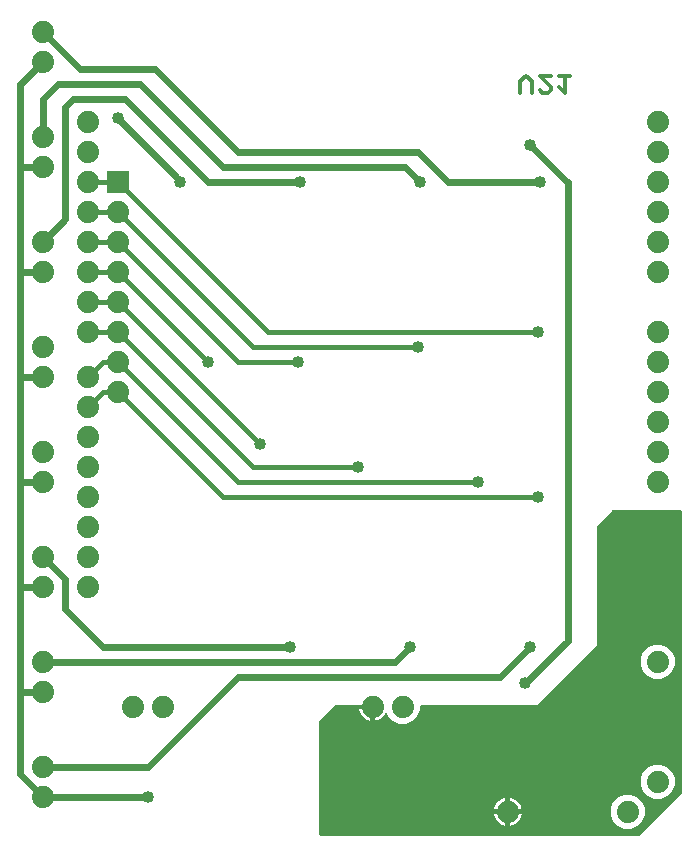
<source format=gbr>
G04 EAGLE Gerber RS-274X export*
G75*
%MOMM*%
%FSLAX34Y34*%
%LPD*%
%INBottom Copper*%
%IPPOS*%
%AMOC8*
5,1,8,0,0,1.08239X$1,22.5*%
G01*
%ADD10C,0.355600*%
%ADD11C,1.879600*%
%ADD12R,1.879600X1.879600*%
%ADD13C,0.406400*%
%ADD14C,1.016000*%
%ADD15C,0.609600*%

G36*
X619862Y5093D02*
X619862Y5093D01*
X619949Y5096D01*
X620002Y5113D01*
X620056Y5121D01*
X620136Y5156D01*
X620219Y5183D01*
X620259Y5211D01*
X620316Y5237D01*
X620429Y5333D01*
X620493Y5378D01*
X655022Y39907D01*
X655036Y39926D01*
X655051Y39939D01*
X655082Y39985D01*
X655134Y40041D01*
X655160Y40090D01*
X655193Y40134D01*
X655208Y40174D01*
X655209Y40176D01*
X655211Y40182D01*
X655224Y40216D01*
X655264Y40294D01*
X655272Y40342D01*
X655294Y40400D01*
X655306Y40548D01*
X655319Y40625D01*
X655319Y279400D01*
X655311Y279458D01*
X655313Y279516D01*
X655291Y279598D01*
X655279Y279682D01*
X655256Y279735D01*
X655241Y279791D01*
X655198Y279864D01*
X655163Y279941D01*
X655125Y279986D01*
X655096Y280036D01*
X655034Y280094D01*
X654980Y280158D01*
X654931Y280190D01*
X654888Y280230D01*
X654813Y280269D01*
X654743Y280316D01*
X654687Y280333D01*
X654635Y280360D01*
X654567Y280371D01*
X654472Y280401D01*
X654372Y280404D01*
X654304Y280415D01*
X596900Y280415D01*
X596813Y280403D01*
X596726Y280400D01*
X596673Y280383D01*
X596619Y280375D01*
X596539Y280340D01*
X596455Y280313D01*
X596416Y280285D01*
X596359Y280259D01*
X596246Y280163D01*
X596182Y280118D01*
X583482Y267418D01*
X583430Y267348D01*
X583370Y267284D01*
X583344Y267235D01*
X583311Y267191D01*
X583280Y267109D01*
X583240Y267031D01*
X583232Y266984D01*
X583210Y266925D01*
X583198Y266777D01*
X583185Y266700D01*
X583185Y165521D01*
X532980Y115315D01*
X434514Y115315D01*
X434456Y115307D01*
X434398Y115309D01*
X434316Y115287D01*
X434232Y115275D01*
X434179Y115252D01*
X434123Y115237D01*
X434050Y115194D01*
X433973Y115159D01*
X433928Y115121D01*
X433878Y115092D01*
X433820Y115030D01*
X433756Y114976D01*
X433724Y114927D01*
X433684Y114884D01*
X433645Y114809D01*
X433598Y114739D01*
X433581Y114683D01*
X433554Y114631D01*
X433543Y114563D01*
X433513Y114468D01*
X433510Y114368D01*
X433499Y114300D01*
X433499Y111436D01*
X431307Y106144D01*
X427256Y102093D01*
X421964Y99901D01*
X416236Y99901D01*
X410944Y102093D01*
X406893Y106144D01*
X405965Y108385D01*
X405898Y108498D01*
X405834Y108613D01*
X405826Y108621D01*
X405820Y108630D01*
X405725Y108720D01*
X405631Y108813D01*
X405622Y108818D01*
X405614Y108825D01*
X405497Y108886D01*
X405381Y108948D01*
X405371Y108951D01*
X405361Y108955D01*
X405232Y108981D01*
X405103Y109009D01*
X405093Y109008D01*
X405082Y109010D01*
X404951Y108999D01*
X404820Y108991D01*
X404810Y108987D01*
X404799Y108986D01*
X404676Y108939D01*
X404552Y108894D01*
X404544Y108888D01*
X404533Y108884D01*
X404428Y108804D01*
X404322Y108727D01*
X404316Y108719D01*
X404307Y108712D01*
X404137Y108485D01*
X404131Y108469D01*
X404122Y108458D01*
X403911Y108043D01*
X402806Y106522D01*
X401478Y105194D01*
X399957Y104089D01*
X398283Y103236D01*
X396496Y102655D01*
X395731Y102534D01*
X395731Y113284D01*
X395723Y113342D01*
X395725Y113400D01*
X395703Y113482D01*
X395691Y113565D01*
X395667Y113619D01*
X395653Y113675D01*
X395610Y113748D01*
X395575Y113825D01*
X395537Y113869D01*
X395507Y113920D01*
X395446Y113977D01*
X395391Y114042D01*
X395343Y114074D01*
X395300Y114114D01*
X395225Y114153D01*
X395155Y114199D01*
X395099Y114217D01*
X395047Y114244D01*
X394979Y114255D01*
X394884Y114285D01*
X394784Y114288D01*
X394716Y114299D01*
X393699Y114299D01*
X393699Y114300D01*
X393691Y114358D01*
X393692Y114416D01*
X393671Y114498D01*
X393659Y114582D01*
X393635Y114635D01*
X393621Y114691D01*
X393578Y114764D01*
X393543Y114841D01*
X393505Y114886D01*
X393475Y114936D01*
X393414Y114994D01*
X393359Y115058D01*
X393311Y115090D01*
X393268Y115130D01*
X393193Y115169D01*
X393123Y115216D01*
X393067Y115233D01*
X393015Y115260D01*
X392947Y115271D01*
X392852Y115301D01*
X392752Y115304D01*
X392684Y115315D01*
X361950Y115315D01*
X361863Y115303D01*
X361776Y115300D01*
X361723Y115283D01*
X361669Y115275D01*
X361589Y115240D01*
X361505Y115213D01*
X361466Y115185D01*
X361409Y115159D01*
X361296Y115063D01*
X361232Y115018D01*
X348532Y102318D01*
X348480Y102248D01*
X348420Y102184D01*
X348394Y102135D01*
X348361Y102091D01*
X348330Y102009D01*
X348290Y101931D01*
X348282Y101884D01*
X348260Y101825D01*
X348250Y101700D01*
X348249Y101697D01*
X348248Y101686D01*
X348248Y101677D01*
X348235Y101600D01*
X348235Y6096D01*
X348243Y6038D01*
X348241Y5980D01*
X348263Y5898D01*
X348275Y5814D01*
X348299Y5761D01*
X348313Y5705D01*
X348356Y5632D01*
X348391Y5555D01*
X348429Y5510D01*
X348459Y5460D01*
X348520Y5402D01*
X348575Y5338D01*
X348623Y5306D01*
X348666Y5266D01*
X348741Y5227D01*
X348811Y5180D01*
X348867Y5163D01*
X348919Y5136D01*
X348987Y5125D01*
X349082Y5095D01*
X349182Y5092D01*
X349250Y5081D01*
X619775Y5081D01*
X619862Y5093D01*
G37*
%LPC*%
G36*
X632136Y138001D02*
X632136Y138001D01*
X626844Y140193D01*
X622793Y144244D01*
X620601Y149536D01*
X620601Y155264D01*
X622793Y160556D01*
X626844Y164607D01*
X632136Y166799D01*
X637864Y166799D01*
X643156Y164607D01*
X647207Y160556D01*
X649399Y155264D01*
X649399Y149536D01*
X647207Y144244D01*
X643156Y140193D01*
X637864Y138001D01*
X632136Y138001D01*
G37*
%LPD*%
%LPC*%
G36*
X632136Y36401D02*
X632136Y36401D01*
X626844Y38593D01*
X622793Y42644D01*
X620601Y47936D01*
X620601Y53664D01*
X622793Y58956D01*
X626844Y63007D01*
X632136Y65199D01*
X637864Y65199D01*
X643156Y63007D01*
X647207Y58956D01*
X649399Y53664D01*
X649399Y47936D01*
X647207Y42644D01*
X643156Y38593D01*
X637864Y36401D01*
X632136Y36401D01*
G37*
%LPD*%
%LPC*%
G36*
X606736Y11001D02*
X606736Y11001D01*
X601444Y13193D01*
X597393Y17244D01*
X595201Y22536D01*
X595201Y28264D01*
X597393Y33556D01*
X601444Y37607D01*
X606736Y39799D01*
X612464Y39799D01*
X617756Y37607D01*
X621807Y33556D01*
X623999Y28264D01*
X623999Y22536D01*
X621807Y17244D01*
X617756Y13193D01*
X612464Y11001D01*
X606736Y11001D01*
G37*
%LPD*%
%LPC*%
G36*
X510031Y27431D02*
X510031Y27431D01*
X510031Y37166D01*
X510796Y37045D01*
X512583Y36464D01*
X514257Y35611D01*
X515778Y34506D01*
X517106Y33178D01*
X518211Y31657D01*
X519064Y29983D01*
X519645Y28196D01*
X519766Y27431D01*
X510031Y27431D01*
G37*
%LPD*%
%LPC*%
G36*
X496234Y27431D02*
X496234Y27431D01*
X496355Y28196D01*
X496936Y29983D01*
X497789Y31657D01*
X498894Y33178D01*
X500222Y34506D01*
X501743Y35611D01*
X503417Y36464D01*
X505204Y37045D01*
X505969Y37166D01*
X505969Y27431D01*
X496234Y27431D01*
G37*
%LPD*%
%LPC*%
G36*
X510031Y23369D02*
X510031Y23369D01*
X519766Y23369D01*
X519645Y22604D01*
X519064Y20817D01*
X518211Y19143D01*
X517106Y17622D01*
X515778Y16294D01*
X514257Y15189D01*
X512583Y14336D01*
X510796Y13755D01*
X510031Y13634D01*
X510031Y23369D01*
G37*
%LPD*%
%LPC*%
G36*
X390904Y102655D02*
X390904Y102655D01*
X389117Y103236D01*
X387443Y104089D01*
X385922Y105194D01*
X384594Y106522D01*
X383489Y108043D01*
X382636Y109717D01*
X382055Y111504D01*
X381934Y112269D01*
X391669Y112269D01*
X391669Y102534D01*
X390904Y102655D01*
G37*
%LPD*%
%LPC*%
G36*
X505204Y13755D02*
X505204Y13755D01*
X503417Y14336D01*
X501743Y15189D01*
X500222Y16294D01*
X498894Y17622D01*
X497789Y19143D01*
X496936Y20817D01*
X496355Y22604D01*
X496234Y23369D01*
X505969Y23369D01*
X505969Y13634D01*
X505204Y13755D01*
G37*
%LPD*%
%LPC*%
G36*
X507999Y25399D02*
X507999Y25399D01*
X507999Y25401D01*
X508001Y25401D01*
X508001Y25399D01*
X507999Y25399D01*
G37*
%LPD*%
D10*
X518668Y634226D02*
X518668Y643717D01*
X523413Y648462D01*
X528159Y643717D01*
X528159Y634226D01*
X535040Y648462D02*
X544530Y648462D01*
X535040Y648462D02*
X544530Y638971D01*
X544530Y636599D01*
X542158Y634226D01*
X537412Y634226D01*
X535040Y636599D01*
X551411Y638971D02*
X556157Y634226D01*
X556157Y648462D01*
X560902Y648462D02*
X551411Y648462D01*
D11*
X114300Y660400D03*
X114300Y685800D03*
X190500Y114300D03*
X215900Y114300D03*
X393700Y114300D03*
X419100Y114300D03*
X114300Y571500D03*
X114300Y596900D03*
X114300Y482600D03*
X114300Y508000D03*
X114300Y393700D03*
X114300Y419100D03*
X114300Y304800D03*
X114300Y330200D03*
X114300Y215900D03*
X114300Y241300D03*
X114300Y127000D03*
X114300Y152400D03*
X114300Y38100D03*
X114300Y63500D03*
X635000Y304800D03*
X635000Y330200D03*
X635000Y355600D03*
X635000Y381000D03*
X635000Y406400D03*
X635000Y431800D03*
X635000Y482600D03*
X635000Y508000D03*
X635000Y533400D03*
X635000Y558800D03*
X635000Y584200D03*
X635000Y609600D03*
X152400Y609600D03*
X152400Y584200D03*
X152400Y558800D03*
X152400Y533400D03*
X152400Y508000D03*
X152400Y482600D03*
X152400Y457200D03*
X152400Y431800D03*
X152400Y393700D03*
X152400Y368300D03*
X152400Y342900D03*
X152400Y317500D03*
X152400Y292100D03*
X152400Y266700D03*
X152400Y241300D03*
X152400Y215900D03*
X635000Y152400D03*
X635000Y50800D03*
X609600Y25400D03*
X508000Y25400D03*
D12*
X177800Y558800D03*
D11*
X177800Y533400D03*
X177800Y508000D03*
X177800Y482600D03*
X177800Y457200D03*
X177800Y431800D03*
X177800Y406400D03*
X177800Y381000D03*
D13*
X304800Y431800D02*
X177800Y558800D01*
X304800Y431800D02*
X533400Y431800D01*
X177800Y558800D02*
X152400Y558800D01*
D14*
X533400Y431800D03*
D15*
X558800Y170047D02*
X522863Y134110D01*
X558800Y170047D02*
X558800Y558800D01*
X558040Y558800D01*
X527050Y589790D01*
D14*
X522863Y134110D03*
X527050Y589790D03*
D13*
X431800Y419100D02*
X292100Y419100D01*
X177800Y533400D01*
X152400Y533400D01*
D14*
X431800Y419100D03*
D13*
X279400Y406400D02*
X177800Y508000D01*
X279400Y406400D02*
X330200Y406400D01*
X177800Y508000D02*
X152400Y508000D01*
D14*
X330200Y406400D03*
D13*
X254000Y406400D02*
X177800Y482600D01*
X152400Y482600D01*
D14*
X254000Y406400D03*
D13*
X298450Y336550D02*
X177800Y457200D01*
X152400Y457200D01*
D14*
X298450Y336550D03*
D13*
X292100Y317500D02*
X381000Y317500D01*
X292100Y317500D02*
X177800Y431800D01*
X152400Y431800D01*
D14*
X381000Y317500D03*
D13*
X279400Y304800D02*
X482600Y304800D01*
X279400Y304800D02*
X177800Y406400D01*
X165100Y406400D02*
X152400Y393700D01*
X165100Y406400D02*
X177800Y406400D01*
D14*
X482600Y304800D03*
D13*
X533400Y292100D02*
X266700Y292100D01*
X177800Y381000D01*
X165100Y381000D02*
X152400Y368300D01*
X165100Y381000D02*
X177800Y381000D01*
D14*
X533400Y292100D03*
D15*
X114300Y660400D02*
X95250Y641350D01*
X95250Y571500D01*
X114300Y571500D01*
X95250Y571500D02*
X95250Y482600D01*
X114300Y482600D01*
X95250Y482600D02*
X95250Y393700D01*
X114300Y393700D01*
X95250Y393700D02*
X95250Y304800D01*
X114300Y304800D01*
X95250Y304800D02*
X95250Y215900D01*
X114300Y215900D01*
X95250Y215900D02*
X95250Y127000D01*
X114300Y127000D01*
X95250Y127000D02*
X95250Y57150D01*
X114300Y38100D01*
X203200Y38100D01*
D14*
X203200Y38100D03*
D15*
X146050Y654050D02*
X114300Y685800D01*
X146050Y654050D02*
X209550Y654050D01*
X279400Y584200D01*
X431800Y584200D01*
X457200Y558800D01*
X535686Y558800D01*
D14*
X535686Y558800D03*
D15*
X196850Y641350D02*
X127000Y641350D01*
X114300Y628650D01*
X114300Y596900D01*
X196850Y641350D02*
X266700Y571500D01*
X421386Y571500D01*
X434086Y558800D01*
D14*
X434086Y558800D03*
D15*
X184150Y628650D02*
X139700Y628650D01*
X133350Y622300D01*
X133350Y527050D02*
X114300Y508000D01*
X133350Y527050D02*
X133350Y622300D01*
X184150Y628650D02*
X254000Y558800D01*
X332486Y558800D01*
D14*
X332486Y558800D03*
D15*
X230886Y558800D02*
X230886Y559689D01*
X177800Y612775D01*
D14*
X177800Y612775D03*
X230886Y558800D03*
D15*
X114300Y241300D02*
X133350Y222250D01*
X133350Y196850D01*
X165100Y165100D01*
X323850Y165100D01*
D14*
X323850Y165100D03*
D15*
X412750Y152400D02*
X114300Y152400D01*
X412750Y152400D02*
X425450Y165100D01*
D14*
X425450Y165100D03*
D15*
X203200Y63500D02*
X114300Y63500D01*
X203200Y63500D02*
X279400Y139700D01*
X501650Y139700D01*
X527050Y165100D01*
D14*
X527050Y165100D03*
X508000Y63500D03*
X508000Y88900D03*
X533400Y88900D03*
X533400Y63500D03*
X520700Y76200D03*
M02*

</source>
